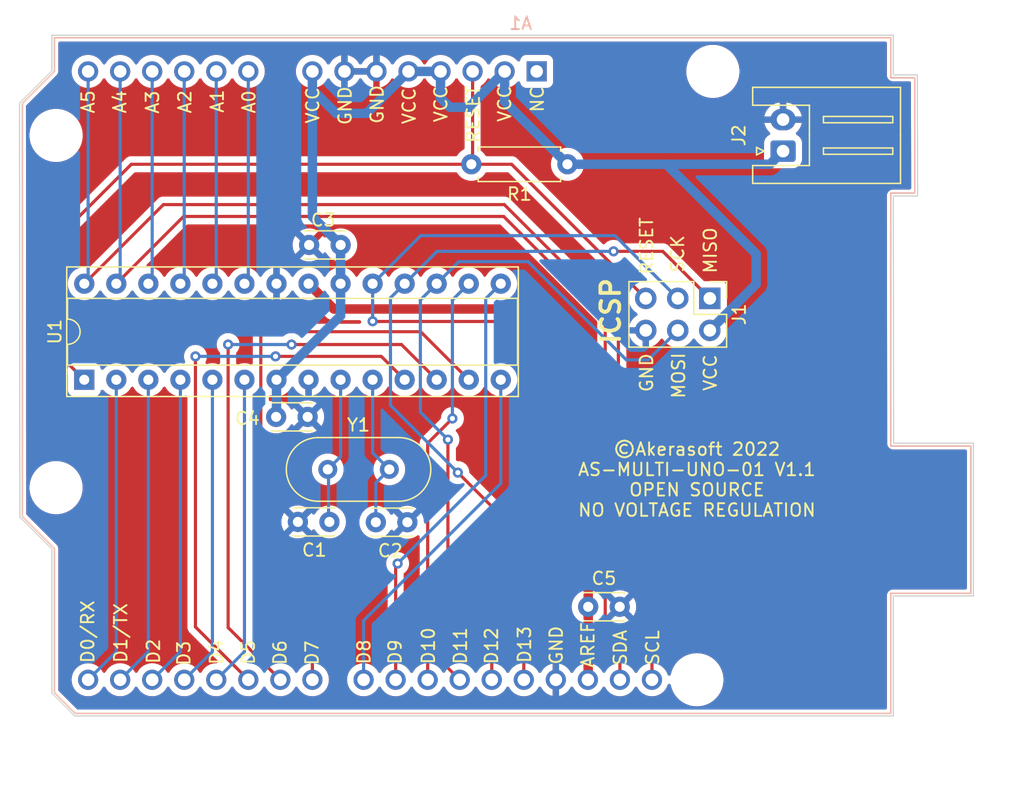
<source format=kicad_pcb>
(kicad_pcb (version 20211014) (generator pcbnew)
  (layers (0 "F.Cu" signal) (31 "B.Cu" signal) (34 "B.Paste" user) (35 "F.Paste" user) (36 "B.SilkS" user "B.Silkscreen") (37 "F.SilkS" user "F.Silkscreen") (38 "B.Mask" user) (39 "F.Mask" user) (44 "Edge.Cuts" user))
  (net 0 "")
  (net 2 "VCC")
  (net 3 "/RESET")
  (net 4 "GND")
  (net 5 "/A0")
  (net 6 "/A1")
  (net 7 "/A2")
  (net 8 "/A3")
  (net 9 "/A4")
  (net 10 "/A5")
  (net 11 "/D0{slash}RX")
  (net 12 "/D1{slash}TX")
  (net 13 "/D2")
  (net 14 "/D3")
  (net 15 "/D4")
  (net 16 "/D5")
  (net 17 "/D6")
  (net 18 "/D7")
  (net 19 "/D8")
  (net 20 "/D9")
  (net 21 "/D10")
  (net 22 "/D11")
  (net 23 "/D12")
  (net 24 "/D13")
  (net 25 "/AREF")
  (net 26 "/XTAL1")
  (net 27 "/XTAL2")
  (footprint "Connector_JST:JST_XH_S2B-XH-A_1x02_P2.50mm_Horizontal" (layer "F.Cu") (at 137.3378 73.1774 90)
    (fp_text reference "J2" (at 1.25 -3.5 90) (layer "F.SilkS"))
    (fp_text value "Conn_01x02")
    (fp_line (start -2.56 9.31) (end -2.56 -2.41) (layer "F.SilkS") (width 0.12))
    (fp_line (start 2.25 3.2) (end 2.25 8.7) (layer "F.SilkS") (width 0.12))
    (fp_line (start -0.25 8.7) (end 0.25 8.7) (layer "F.SilkS") (width 0.12))
    (fp_line (start -2.56 -2.41) (end -1.14 -2.41) (layer "F.SilkS") (width 0.12))
    (fp_line (start 0.3 -2.1) (end 0 -1.5) (layer "F.SilkS") (width 0.12))
    (fp_line (start 3.64 2.09) (end 1.25 2.09) (layer "F.SilkS") (width 0.12))
    (fp_line (start 1.25 9.31) (end 5.06 9.31) (layer "F.SilkS") (width 0.12))
    (fp_line (start -0.25 3.2) (end -0.25 8.7) (layer "F.SilkS") (width 0.12))
    (fp_line (start 0 -1.5) (end -0.3 -2.1) (layer "F.SilkS") (width 0.12))
    (fp_line (start -1.14 -2.41) (end -1.14 2.09) (layer "F.SilkS") (width 0.12))
    (fp_line (start 2.75 8.7) (end 2.75 3.2) (layer "F.SilkS") (width 0.12))
    (fp_line (start -1.14 2.09) (end 1.25 2.09) (layer "F.SilkS") (width 0.12))
    (fp_line (start 1.25 9.31) (end -2.56 9.31) (layer "F.SilkS") (width 0.12))
    (fp_line (start 0.25 3.2) (end -0.25 3.2) (layer "F.SilkS") (width 0.12))
    (fp_line (start 0.25 8.7) (end 0.25 3.2) (layer "F.SilkS") (width 0.12))
    (fp_line (start 5.06 -2.41) (end 3.64 -2.41) (layer "F.SilkS") (width 0.12))
    (fp_line (start 2.25 8.7) (end 2.75 8.7) (layer "F.SilkS") (width 0.12))
    (fp_line (start 2.75 3.2) (end 2.25 3.2) (layer "F.SilkS") (width 0.12))
    (fp_line (start -0.3 -2.1) (end 0.3 -2.1) (layer "F.SilkS") (width 0.12))
    (fp_line (start 3.64 -2.41) (end 3.64 2.09) (layer "F.SilkS") (width 0.12))
    (fp_line (start 5.06 9.31) (end 5.06 -2.41) (layer "F.SilkS") (width 0.12))
    (pad "1" thru_hole roundrect (at 0 0 90) (size 1.7 2) (drill 1) (layers *.Cu *.Mask) (roundrect_rratio 0.1470588235) (net 2 "VCC"))
    (pad "2" thru_hole oval (at 2.5 0 90) (size 1.7 2) (drill 1) (layers *.Cu *.Mask) (net 4 "GND"))
  )
  (footprint "Capacitor_THT:C_Disc_D3.0mm_W2.0mm_P2.50mm" (layer "F.Cu") (at 97.1496 94.2594)
    (fp_text reference "C4" (at -2.2806 0.127) (layer "F.SilkS"))
    (fp_text value "100nF")
    (fp_line (start -0.37 1.12) (end 2.87 1.12) (layer "F.SilkS") (width 0.12))
    (fp_line (start -0.37 -1.12) (end 2.87 -1.12) (layer "F.SilkS") (width 0.12))
    (fp_line (start 2.87 1.055) (end 2.87 1.12) (layer "F.SilkS") (width 0.12))
    (fp_line (start -0.37 1.055) (end -0.37 1.12) (layer "F.SilkS") (width 0.12))
    (fp_line (start -0.37 -1.12) (end -0.37 -1.055) (layer "F.SilkS") (width 0.12))
    (fp_line (start 2.87 -1.12) (end 2.87 -1.055) (layer "F.SilkS") (width 0.12))
    (pad "1" thru_hole circle (at 0 0) (size 1.6 1.6) (drill 0.8) (layers *.Cu *.Mask) (net 2 "VCC"))
    (pad "2" thru_hole circle (at 2.5 0) (size 1.6 1.6) (drill 0.8) (layers *.Cu *.Mask) (net 4 "GND"))
  )
  (footprint "Capacitor_THT:C_Disc_D3.0mm_W2.0mm_P2.50mm" (layer "F.Cu") (at 105.0544 102.616)
    (fp_text reference "C2" (at 1.143 2.2606) (layer "F.SilkS"))
    (fp_text value "18pF")
    (fp_line (start 2.87 1.055) (end 2.87 1.12) (layer "F.SilkS") (width 0.12))
    (fp_line (start -0.37 -1.12) (end -0.37 -1.055) (layer "F.SilkS") (width 0.12))
    (fp_line (start -0.37 -1.12) (end 2.87 -1.12) (layer "F.SilkS") (width 0.12))
    (fp_line (start -0.37 1.055) (end -0.37 1.12) (layer "F.SilkS") (width 0.12))
    (fp_line (start 2.87 -1.12) (end 2.87 -1.055) (layer "F.SilkS") (width 0.12))
    (fp_line (start -0.37 1.12) (end 2.87 1.12) (layer "F.SilkS") (width 0.12))
    (pad "1" thru_hole circle (at 0 0) (size 1.6 1.6) (drill 0.8) (layers *.Cu *.Mask) (net 27 "/XTAL2"))
    (pad "2" thru_hole circle (at 2.5 0) (size 1.6 1.6) (drill 0.8) (layers *.Cu *.Mask) (net 4 "GND"))
  )
  (footprint "Capacitor_THT:C_Disc_D3.0mm_W2.0mm_P2.50mm" (layer "F.Cu") (at 102.2658 80.6196 180)
    (fp_text reference "C3" (at 1.377 1.9812) (layer "F.SilkS"))
    (fp_text value "100nF")
    (fp_line (start -0.37 1.12) (end 2.87 1.12) (layer "F.SilkS") (width 0.12))
    (fp_line (start -0.37 -1.12) (end -0.37 -1.055) (layer "F.SilkS") (width 0.12))
    (fp_line (start 2.87 1.055) (end 2.87 1.12) (layer "F.SilkS") (width 0.12))
    (fp_line (start -0.37 -1.12) (end 2.87 -1.12) (layer "F.SilkS") (width 0.12))
    (fp_line (start -0.37 1.055) (end -0.37 1.12) (layer "F.SilkS") (width 0.12))
    (fp_line (start 2.87 -1.12) (end 2.87 -1.055) (layer "F.SilkS") (width 0.12))
    (pad "1" thru_hole circle (at 0 0 180) (size 1.6 1.6) (drill 0.8) (layers *.Cu *.Mask) (net 2 "VCC"))
    (pad "2" thru_hole circle (at 2.5 0 180) (size 1.6 1.6) (drill 0.8) (layers *.Cu *.Mask) (net 4 "GND"))
  )
  (footprint "Capacitor_THT:C_Disc_D3.0mm_W2.0mm_P2.50mm" (layer "F.Cu") (at 121.8892 109.3216)
    (fp_text reference "C5" (at 1.25 -2.25) (layer "F.SilkS"))
    (fp_text value "100nF")
    (fp_line (start -0.37 -1.12) (end -0.37 -1.055) (layer "F.SilkS") (width 0.12))
    (fp_line (start 2.87 1.055) (end 2.87 1.12) (layer "F.SilkS") (width 0.12))
    (fp_line (start -0.37 1.055) (end -0.37 1.12) (layer "F.SilkS") (width 0.12))
    (fp_line (start 2.87 -1.12) (end 2.87 -1.055) (layer "F.SilkS") (width 0.12))
    (fp_line (start -0.37 -1.12) (end 2.87 -1.12) (layer "F.SilkS") (width 0.12))
    (fp_line (start -0.37 1.12) (end 2.87 1.12) (layer "F.SilkS") (width 0.12))
    (pad "1" thru_hole circle (at 0 0) (size 1.6 1.6) (drill 0.8) (layers *.Cu *.Mask) (net 25 "/AREF"))
    (pad "2" thru_hole circle (at 2.5 0) (size 1.6 1.6) (drill 0.8) (layers *.Cu *.Mask) (net 4 "GND"))
  )
  (footprint "Package_DIP:DIP-28_W7.62mm_Socket" (layer "F.Cu") (at 81.9404 91.313 90)
    (fp_text reference "U1" (at 3.81 -2.33 90) (layer "F.SilkS"))
    (fp_text value "ATmega328-P")
    (fp_line (start 6.46 34.35) (end 6.46 -1.33) (layer "F.SilkS") (width 0.12))
    (fp_line (start 2.81 -1.33) (end 1.16 -1.33) (layer "F.SilkS") (width 0.12))
    (fp_line (start -1.33 34.41) (end 8.95 34.41) (layer "F.SilkS") (width 0.12))
    (fp_line (start 8.95 -1.39) (end -1.33 -1.39) (layer "F.SilkS") (width 0.12))
    (fp_line (start -1.33 -1.39) (end -1.33 34.41) (layer "F.SilkS") (width 0.12))
    (fp_line (start 1.16 34.35) (end 6.46 34.35) (layer "F.SilkS") (width 0.12))
    (fp_line (start 6.46 -1.33) (end 4.81 -1.33) (layer "F.SilkS") (width 0.12))
    (fp_line (start 8.95 34.41) (end 8.95 -1.39) (layer "F.SilkS") (width 0.12))
    (fp_line (start 1.16 -1.33) (end 1.16 34.35) (layer "F.SilkS") (width 0.12))
    (fp_arc (start 4.81 -1.33) (mid 3.81 -0.33) (end 2.81 -1.33) (layer "F.SilkS") (width 0.12))
    (pad "1" thru_hole rect (at 0 0 90) (size 1.6 1.6) (drill 0.8) (layers *.Cu *.Mask) (net 3 "/RESET"))
    (pad "2" thru_hole oval (at 0 2.54 90) (size 1.6 1.6) (drill 0.8) (layers *.Cu *.Mask) (net 11 "/D0{slash}RX"))
    (pad "3" thru_hole oval (at 0 5.08 90) (size 1.6 1.6) (drill 0.8) (layers *.Cu *.Mask) (net 12 "/D1{slash}TX"))
    (pad "4" thru_hole oval (at 0 7.62 90) (size 1.6 1.6) (drill 0.8) (layers *.Cu *.Mask) (net 13 "/D2"))
    (pad "5" thru_hole oval (at 0 10.16 90) (size 1.6 1.6) (drill 0.8) (layers *.Cu *.Mask) (net 14 "/D3"))
    (pad "6" thru_hole oval (at 0 12.7 90) (size 1.6 1.6) (drill 0.8) (layers *.Cu *.Mask) (net 15 "/D4"))
    (pad "7" thru_hole oval (at 0 15.24 90) (size 1.6 1.6) (drill 0.8) (layers *.Cu *.Mask) (net 2 "VCC"))
    (pad "8" thru_hole oval (at 0 17.78 90) (size 1.6 1.6) (drill 0.8) (layers *.Cu *.Mask) (net 4 "GND"))
    (pad "9" thru_hole oval (at 0 20.32 90) (size 1.6 1.6) (drill 0.8) (layers *.Cu *.Mask) (net 26 "/XTAL1"))
    (pad "10" thru_hole oval (at 0 22.86 90) (size 1.6 1.6) (drill 0.8) (layers *.Cu *.Mask) (net 27 "/XTAL2"))
    (pad "11" thru_hole oval (at 0 25.4 90) (size 1.6 1.6) (drill 0.8) (layers *.Cu *.Mask) (net 16 "/D5"))
    (pad "12" thru_hole oval (at 0 27.94 90) (size 1.6 1.6) (drill 0.8) (layers *.Cu *.Mask) (net 17 "/D6"))
    (pad "13" thru_hole oval (at 0 30.48 90) (size 1.6 1.6) (drill 0.8) (layers *.Cu *.Mask) (net 18 "/D7"))
    (pad "14" thru_hole oval (at 0 33.02 90) (size 1.6 1.6) (drill 0.8) (layers *.Cu *.Mask) (net 19 "/D8"))
    (pad "15" thru_hole oval (at 7.62 33.02 90) (size 1.6 1.6) (drill 0.8) (layers *.Cu *.Mask) (net 20 "/D9"))
    (pad "16" thru_hole oval (at 7.62 30.48 90) (size 1.6 1.6) (drill 0.8) (layers *.Cu *.Mask) (net 21 "/D10"))
    (pad "17" thru_hole oval (at 7.62 27.94 90) (size 1.6 1.6) (drill 0.8) (layers *.Cu *.Mask) (net 22 "/D11"))
    (pad "18" thru_hole oval (at 7.62 25.4 90) (size 1.6 1.6) (drill 0.8) (layers *.Cu *.Mask) (net 23 "/D12"))
    (pad "19" thru_hole oval (at 7.62 22.86 90) (size 1.6 1.6) (drill 0.8) (layers *.Cu *.Mask) (net 24 "/D13"))
    (pad "20" thru_hole oval (at 7.62 20.32 90) (size 1.6 1.6) (drill 0.8) (layers *.Cu *.Mask) (net 2 "VCC"))
    (pad "21" thru_hole oval (at 7.62 17.78 90) (size 1.6 1.6) (drill 0.8) (layers *.Cu *.Mask) (net 25 "/AREF"))
    (pad "22" thru_hole oval (at 7.62 15.24 90) (size 1.6 1.6) (drill 0.8) (layers *.Cu *.Mask) (net 4 "GND"))
    (pad "23" thru_hole oval (at 7.62 12.7 90) (size 1.6 1.6) (drill 0.8) (layers *.Cu *.Mask) (net 5 "/A0"))
    (pad "24" thru_hole oval (at 7.62 10.16 90) (size 1.6 1.6) (drill 0.8) (layers *.Cu *.Mask) (net 6 "/A1"))
    (pad "25" thru_hole oval (at 7.62 7.62 90) (size 1.6 1.6) (drill 0.8) (layers *.Cu *.Mask) (net 7 "/A2"))
    (pad "26" thru_hole oval (at 7.62 5.08 90) (size 1.6 1.6) (drill 0.8) (layers *.Cu *.Mask) (net 8 "/A3"))
    (pad "27" thru_hole oval (at 7.62 2.54 90) (size 1.6 1.6) (drill 0.8) (layers *.Cu *.Mask) (net 9 "/A4"))
    (pad "28" thru_hole oval (at 7.62 0 90) (size 1.6 1.6) (drill 0.8) (layers *.Cu *.Mask) (net 10 "/A5"))
  )
  (footprint "Connector_PinHeader_2.54mm:PinHeader_2x03_P2.54mm_Vertical" (layer "F.Cu") (at 131.5316 84.8564 -90)
    (fp_text reference "J1" (at 1.27 -2.33 90) (layer "F.SilkS"))
    (fp_text value "ICSP")
    (fp_line (start -1.33 6.41) (end 3.87 6.41) (layer "F.SilkS") (width 0.12))
    (fp_line (start 3.87 -1.33) (end 3.87 6.41) (layer "F.SilkS") (width 0.12))
    (fp_line (start -1.33 1.27) (end -1.33 6.41) (layer "F.SilkS") (width 0.12))
    (fp_line (start -1.33 0) (end -1.33 -1.33) (layer "F.SilkS") (width 0.12))
    (fp_line (start -1.33 1.27) (end 1.27 1.27) (layer "F.SilkS") (width 0.12))
    (fp_line (start 1.27 -1.33) (end 3.87 -1.33) (layer "F.SilkS") (width 0.12))
    (fp_line (start -1.33 -1.33) (end 0 -1.33) (layer "F.SilkS") (width 0.12))
    (fp_line (start 1.27 1.27) (end 1.27 -1.33) (layer "F.SilkS") (width 0.12))
    (pad "1" thru_hole rect (at 0 0 270) (size 1.7 1.7) (drill 1) (layers *.Cu *.Mask) (net 23 "/D12"))
    (pad "2" thru_hole oval (at 2.54 0 270) (size 1.7 1.7) (drill 1) (layers *.Cu *.Mask) (net 2 "VCC"))
    (pad "3" thru_hole oval (at 0 2.54 270) (size 1.7 1.7) (drill 1) (layers *.Cu *.Mask) (net 24 "/D13"))
    (pad "4" thru_hole oval (at 2.54 2.54 270) (size 1.7 1.7) (drill 1) (layers *.Cu *.Mask) (net 22 "/D11"))
    (pad "5" thru_hole oval (at 0 5.08 270) (size 1.7 1.7) (drill 1) (layers *.Cu *.Mask) (net 3 "/RESET"))
    (pad "6" thru_hole oval (at 2.54 5.08 270) (size 1.7 1.7) (drill 1) (layers *.Cu *.Mask) (net 4 "GND"))
  )
  (footprint "Resistor_THT:R_Axial_DIN0207_L6.3mm_D2.5mm_P7.62mm_Horizontal" (layer "F.Cu") (at 120.2436 74.2188 180)
    (fp_text reference "R1" (at 3.81 -2.37) (layer "F.SilkS"))
    (fp_text value "10k")
    (fp_line (start 0.54 1.37) (end 7.08 1.37) (layer "F.SilkS") (width 0.12))
    (fp_line (start 0.54 1.04) (end 0.54 1.37) (layer "F.SilkS") (width 0.12))
    (fp_line (start 0.54 -1.04) (end 0.54 -1.37) (layer "F.SilkS") (width 0.12))
    (fp_line (start 7.08 -1.37) (end 7.08 -1.04) (layer "F.SilkS") (width 0.12))
    (fp_line (start 7.08 1.37) (end 7.08 1.04) (layer "F.SilkS") (width 0.12))
    (fp_line (start 0.54 -1.37) (end 7.08 -1.37) (layer "F.SilkS") (width 0.12))
    (pad "1" thru_hole circle (at 0 0 180) (size 1.6 1.6) (drill 0.8) (layers *.Cu *.Mask) (net 2 "VCC"))
    (pad "2" thru_hole oval (at 7.62 0 180) (size 1.6 1.6) (drill 0.8) (layers *.Cu *.Mask) (net 3 "/RESET"))
  )
  (footprint "Crystal:Crystal_HC49-4H_Vertical" (layer "F.Cu") (at 101.2444 98.425)
    (fp_text reference "Y1" (at 2.44 -3.525) (layer "F.SilkS"))
    (fp_text value "12Mhz")
    (fp_line (start -0.76 2.525) (end 5.64 2.525) (layer "F.SilkS") (width 0.12))
    (fp_line (start -0.76 -2.525) (end 5.64 -2.525) (layer "F.SilkS") (width 0.12))
    (fp_arc (start 5.64 -2.525) (mid 8.165 0) (end 5.64 2.525) (layer "F.SilkS") (width 0.12))
    (fp_arc (start -0.76 2.525) (mid -3.285 0) (end -0.76 -2.525) (layer "F.SilkS") (width 0.12))
    (pad "1" thru_hole circle (at 0 0) (size 1.5 1.5) (drill 0.8) (layers *.Cu *.Mask) (net 26 "/XTAL1"))
    (pad "2" thru_hole circle (at 4.88 0) (size 1.5 1.5) (drill 0.8) (layers *.Cu *.Mask) (net 27 "/XTAL2"))
  )
  (footprint "Capacitor_THT:C_Disc_D3.0mm_W2.0mm_P2.50mm" (layer "F.Cu") (at 101.3768 102.5906 180)
    (fp_text reference "C1" (at 1.1992 -2.2352) (layer "F.SilkS"))
    (fp_text value "18pF")
    (fp_line (start -0.37 1.12) (end 2.87 1.12) (layer "F.SilkS") (width 0.12))
    (fp_line (start -0.37 -1.12) (end 2.87 -1.12) (layer "F.SilkS") (width 0.12))
    (fp_line (start -0.37 1.055) (end -0.37 1.12) (layer "F.SilkS") (width 0.12))
    (fp_line (start -0.37 -1.12) (end -0.37 -1.055) (layer "F.SilkS") (width 0.12))
    (fp_line (start 2.87 1.055) (end 2.87 1.12) (layer "F.SilkS") (width 0.12))
    (fp_line (start 2.87 -1.12) (end 2.87 -1.055) (layer "F.SilkS") (width 0.12))
    (pad "1" thru_hole circle (at 0 0 180) (size 1.6 1.6) (drill 0.8) (layers *.Cu *.Mask) (net 26 "/XTAL1"))
    (pad "2" thru_hole circle (at 2.5 0 180) (size 1.6 1.6) (drill 0.8) (layers *.Cu *.Mask) (net 4 "GND"))
  )
  (footprint "Module:Arduino_UNO_R3_WithMountingHoles" (layer "B.Cu") (at 117.8052 66.8528 180)
    (fp_text reference "A1" (at 1.27 3.81) (layer "B.SilkS") (effects (justify mirror)))
    (fp_text value "Arduino_UNO_R3")
    (fp_line (start -28.07 -41.4) (end -28.07 -50.93) (layer "B.SilkS") (width 0.12))
    (fp_line (start -29.97 -0.51) (end -29.97 -9.65) (layer "B.SilkS") (width 0.12))
    (fp_line (start -28.07 -9.65) (end -28.07 -29.72) (layer "B.SilkS") (width 0.12))
    (fp_line (start -28.07 -0.51) (end -29.97 -0.51) (layer "B.SilkS") (width 0.12))
    (fp_line (start 40.77 -35.31) (end 40.77 -2.54) (layer "B.SilkS") (width 0.12))
    (fp_line (start 38.23 -49.28) (end 38.23 -37.85) (layer "B.SilkS") (width 0.12))
    (fp_line (start 38.23 2.67) (end -28.07 2.67) (layer "B.SilkS") (width 0.12))
    (fp_line (start 40.77 -2.54) (end 38.23 0) (layer "B.SilkS") (width 0.12))
    (fp_line (start 38.23 -37.85) (end 40.77 -35.31) (layer "B.SilkS") (width 0.12))
    (fp_line (start 38.23 0) (end 38.23 2.67) (layer "B.SilkS") (width 0.12))
    (fp_line (start -34.42 -41.4) (end -28.07 -41.4) (layer "B.SilkS") (width 0.12))
    (fp_line (start -28.07 -29.72) (end -34.42 -29.72) (layer "B.SilkS") (width 0.12))
    (fp_line (start -28.07 2.67) (end -28.07 -0.51) (layer "B.SilkS") (width 0.12))
    (fp_line (start 36.58 -50.93) (end 38.23 -49.28) (layer "B.SilkS") (width 0.12))
    (fp_line (start -28.07 -50.93) (end 36.58 -50.93) (layer "B.SilkS") (width 0.12))
    (fp_line (start -29.97 -9.65) (end -28.07 -9.65) (layer "B.SilkS") (width 0.12))
    (fp_line (start -34.42 -29.72) (end -34.42 -41.4) (layer "B.SilkS") (width 0.12))
    (pad "" np_thru_hole circle (at -13.97 0 90) (size 3.2 3.2) (drill 3.2) (layers *.Cu *.Mask))
    (pad "" np_thru_hole circle (at 38.1 -33.02 90) (size 3.2 3.2) (drill 3.2) (layers *.Cu *.Mask))
    (pad "" np_thru_hole circle (at 38.1 -5.08 90) (size 3.2 3.2) (drill 3.2) (layers *.Cu *.Mask))
    (pad "" np_thru_hole circle (at -12.7 -48.26 90) (size 3.2 3.2) (drill 3.2) (layers *.Cu *.Mask))
    (pad "1" thru_hole rect (at 0 0 90) (size 1.6 1.6) (drill 1) (layers *.Cu *.Mask))
    (pad "2" thru_hole oval (at 2.54 0 90) (size 1.6 1.6) (drill 1) (layers *.Cu *.Mask) (net 2 "VCC"))
    (pad "3" thru_hole oval (at 5.08 0 90) (size 1.6 1.6) (drill 1) (layers *.Cu *.Mask) (net 3 "/RESET"))
    (pad "4" thru_hole oval (at 7.62 0 90) (size 1.6 1.6) (drill 1) (layers *.Cu *.Mask) (net 2 "VCC"))
    (pad "5" thru_hole oval (at 10.16 0 90) (size 1.6 1.6) (drill 1) (layers *.Cu *.Mask) (net 2 "VCC"))
    (pad "6" thru_hole oval (at 12.7 0 90) (size 1.6 1.6) (drill 1) (layers *.Cu *.Mask) (net 4 "GND"))
    (pad "7" thru_hole oval (at 15.24 0 90) (size 1.6 1.6) (drill 1) (layers *.Cu *.Mask) (net 4 "GND"))
    (pad "8" thru_hole oval (at 17.78 0 90) (size 1.6 1.6) (drill 1) (layers *.Cu *.Mask) (net 2 "VCC"))
    (pad "9" thru_hole oval (at 22.86 0 90) (size 1.6 1.6) (drill 1) (layers *.Cu *.Mask) (net 5 "/A0"))
    (pad "10" thru_hole oval (at 25.4 0 90) (size 1.6 1.6) (drill 1) (layers *.Cu *.Mask) (net 6 "/A1"))
    (pad "11" thru_hole oval (at 27.94 0 90) (size 1.6 1.6) (drill 1) (layers *.Cu *.Mask) (net 7 "/A2"))
    (pad "12" thru_hole oval (at 30.48 0 90) (size 1.6 1.6) (drill 1) (layers *.Cu *.Mask) (net 8 "/A3"))
    (pad "13" thru_hole oval (at 33.02 0 90) (size 1.6 1.6) (drill 1) (layers *.Cu *.Mask) (net 9 "/A4"))
    (pad "14" thru_hole oval (at 35.56 0 90) (size 1.6 1.6) (drill 1) (layers *.Cu *.Mask) (net 10 "/A5"))
    (pad "15" thru_hole oval (at 35.56 -48.26 90) (size 1.6 1.6) (drill 1) (layers *.Cu *.Mask) (net 11 "/D0{slash}RX"))
    (pad "16" thru_hole oval (at 33.02 -48.26 90) (size 1.6 1.6) (drill 1) (layers *.Cu *.Mask) (net 12 "/D1{slash}TX"))
    (pad "17" thru_hole oval (at 30.48 -48.26 90) (size 1.6 1.6) (drill 1) (layers *.Cu *.Mask) (net 13 "/D2"))
    (pad "18" thru_hole oval (at 27.94 -48.26 90) (size 1.6 1.6) (drill 1) (layers *.Cu *.Mask) (net 14 "/D3"))
    (pad "19" thru_hole oval (at 25.4 -48.26 90) (size 1.6 1.6) (drill 1) (layers *.Cu *.Mask) (net 15 "/D4"))
    (pad "20" thru_hole oval (at 22.86 -48.26 90) (size 1.6 1.6) (drill 1) (layers *.Cu *.Mask) (net 16 "/D5"))
    (pad "21" thru_hole oval (at 20.32 -48.26 90) (size 1.6 1.6) (drill 1) (layers *.Cu *.Mask) (net 17 "/D6"))
    (pad "22" thru_hole oval (at 17.78 -48.26 90) (size 1.6 1.6) (drill 1) (layers *.Cu *.Mask) (net 18 "/D7"))
    (pad "23" thru_hole oval (at 13.72 -48.26 90) (size 1.6 1.6) (drill 1) (layers *.Cu *.Mask) (net 19 "/D8"))
    (pad "24" thru_hole oval (at 11.18 -48.26 90) (size 1.6 1.6) (drill 1) (layers *.Cu *.Mask) (net 20 "/D9"))
    (pad "25" thru_hole oval (at 8.64 -48.26 90) (size 1.6 1.6) (drill 1) (layers *.Cu *.Mask) (net 21 "/D10"))
    (pad "26" thru_hole oval (at 6.1 -48.26 90) (size 1.6 1.6) (drill 1) (layers *.Cu *.Mask) (net 22 "/D11"))
    (pad "27" thru_hole oval (at 3.56 -48.26 90) (size 1.6 1.6) (drill 1) (layers *.Cu *.Mask) (net 23 "/D12"))
    (pad "28" thru_hole oval (at 1.02 -48.26 90) (size 1.6 1.6) (drill 1) (layers *.Cu *.Mask) (net 24 "/D13"))
    (pad "29" thru_hole oval (at -1.52 -48.26 90) (size 1.6 1.6) (drill 1) (layers *.Cu *.Mask) (net 4 "GND"))
    (pad "30" thru_hole oval (at -4.06 -48.26 90) (size 1.6 1.6) (drill 1) (layers *.Cu *.Mask) (net 25 "/AREF"))
    (pad "31" thru_hole oval (at -6.6 -48.26 90) (size 1.6 1.6) (drill 1) (layers *.Cu *.Mask) (net 9 "/A4"))
    (pad "32" thru_hole oval (at -9.14 -48.26 90) (size 1.6 1.6) (drill 1) (layers *.Cu *.Mask) (net 10 "/A5"))
  )
  (gr_line (start 152.4254 96.3422) (end 152.4254 108.458) (layer "Edge.Cuts") (width 0.1))
  (gr_line (start 79.375 64.008) (end 79.375 63.9826) (layer "Edge.Cuts") (width 0.1))
  (gr_line (start 81.1784 117.983) (end 79.375 116.1796) (layer "Edge.Cuts") (width 0.1))
  (gr_line (start 148.0058 76.7334) (end 146.0754 76.7334) (layer "Edge.Cuts") (width 0.1))
  (gr_line (start 146.1008 96.3422) (end 152.4254 96.3422) (layer "Edge.Cuts") (width 0.1))
  (gr_line (start 152.4254 108.458) (end 146.0754 108.458) (layer "Edge.Cuts") (width 0.1))
  (gr_line (start 146.0754 117.9576) (end 146.0754 117.983) (layer "Edge.Cuts") (width 0.1))
  (gr_line (start 146.0754 76.7334) (end 146.1008 96.3422) (layer "Edge.Cuts") (width 0.1))
  (gr_line (start 146.0754 67.1322) (end 147.9804 67.1322) (layer "Edge.Cuts") (width 0.1))
  (gr_line (start 79.375 66.802) (end 79.375 64.008) (layer "Edge.Cuts") (width 0.1))
  (gr_line (start 147.9804 67.1322) (end 148.0058 76.7334) (layer "Edge.Cuts") (width 0.1))
  (gr_line (start 79.375 104.7496) (end 76.835 102.2096) (layer "Edge.Cuts") (width 0.1))
  (gr_line (start 79.375 116.1796) (end 79.375 104.7496) (layer "Edge.Cuts") (width 0.1))
  (gr_line (start 76.8096 69.3674) (end 79.375 66.802) (layer "Edge.Cuts") (width 0.1))
  (gr_line (start 79.375 63.9826) (end 146.0754 63.9826) (layer "Edge.Cuts") (width 0.1))
  (gr_line (start 146.0754 67.1322) (end 146.0754 63.9826) (layer "Edge.Cuts") (width 0.1))
  (gr_line (start 146.0754 117.983) (end 81.1784 117.983) (layer "Edge.Cuts") (width 0.1))
  (gr_line (start 76.835 102.2096) (end 76.8096 69.3674) (layer "Edge.Cuts") (width 0.1))
  (gr_line (start 146.0754 108.458) (end 146.0754 117.9576) (layer "Edge.Cuts") (width 0.1))
  (gr_text "A4" (at 84.7598 69.2658 90) (layer "F.SilkS") (effects (font (size 1 1))))
  (gr_text "GND" (at 105.156 69.469 90) (layer "F.SilkS") (effects (font (size 1 1))))
  (gr_text "D13" (at 116.84 112.3188 90) (layer "F.SilkS") (effects (font (size 1 1))))
  (gr_text "SDA" (at 124.4346 112.5728 90) (layer "F.SilkS") (effects (font (size 1 1))))
  (gr_text "RESET" (at 126.5174 80.6958 90) (layer "F.SilkS") (effects (font (size 1 1))))
  (gr_text "AREF" (at 121.8692 112.3442 90) (layer "F.SilkS") (effects (font (size 1 1))))
  (gr_text "D3" (at 89.8398 113.0046 90) (layer "F.SilkS") (effects (font (size 1 1))))
  (gr_text "D12" (at 114.2238 112.4204 90) (layer "F.SilkS") (effects (font (size 1 1))))
  (gr_text "D8" (at 104.1146 112.903 90) (layer "F.SilkS") (effects (font (size 1 1))))
  (gr_text "D10" (at 109.22 112.4204 90) (layer "F.SilkS") (effects (font (size 1 1))))
  (gr_text "A1" (at 92.4814 69.215 90) (layer "F.SilkS") (effects (font (size 1 1))))
  (gr_text "D9" (at 106.5784 112.903 90) (layer "F.SilkS") (effects (font (size 1 1))))
  (gr_text "VCC" (at 115.2652 69.4182 90) (layer "F.SilkS") (effects (font (size 1 1))))
  (gr_text "VCC" (at 107.696 69.596 90) (layer "F.SilkS") (effects (font (size 1 1))))
  (gr_text "SCL" (at 127 112.5728 90) (layer "F.SilkS") (effects (font (size 1 1))))
  (gr_text "D4" (at 92.4306 112.9284 90) (layer "F.SilkS") (effects (font (size 1 1))))
  (gr_text "SCK" (at 128.9812 81.3308 90) (layer "F.SilkS") (effects (font (size 1 1))))
  (gr_text "©Akerasoft 2022\nAS-MULTI-UNO-01 V1.1\nOPEN SOURCE\nNO VOLTAGE REGULATION\n" (at 130.5052 99.2378) (layer "F.SilkS") (effects (font (size 1 1))))
  (gr_text "D7" (at 99.9998 112.9792 90) (layer "F.SilkS") (effects (font (size 1 1))))
  (gr_text "VCC" (at 110.2106 69.4436 90) (layer "F.SilkS") (effects (font (size 1 1))))
  (gr_text "A2" (at 89.916 69.2658 90) (layer "F.SilkS") (effects (font (size 1 1))))
  (gr_text "D11" (at 111.76 112.4204 90) (layer "F.SilkS") (effects (font (size 1 1))))
  (gr_text "MISO" (at 131.572 81.0514 90) (layer "F.SilkS") (effects (font (size 1 1))))
  (gr_text "GND" (at 102.616 69.5706 90) (layer "F.SilkS") (effects (font (size 1 1))))
  (gr_text "VCC" (at 100.0506 69.5452 90) (layer "F.SilkS") (effects (font (size 1 1))))
  (gr_text "D6" (at 97.4598 112.9538 90) (layer "F.SilkS") (effects (font (size 1 1))))
  (gr_text "D2" (at 87.4268 112.8522 90) (layer "F.SilkS") (effects (font (size 1 1))))
  (gr_text "RESET" (at 112.776 70.2564 90) (layer "F.SilkS") (effects (font (size 1 1))))
  (gr_text "A5" (at 82.2452 69.2658 90) (layer "F.SilkS") (effects (font (size 1 1))))
  (gr_text "D1/TX" (at 84.836 111.4044 90) (layer "F.SilkS") (effects (font (size 1 1))))
  (gr_text "NC" (at 117.856 69.0626 90) (layer "F.SilkS") (effects (font (size 1 1))))
  (gr_text "A3" (at 87.3506 69.2912 90) (layer "F.SilkS") (effects (font (size 1 1))))
  (gr_text "GND" (at 119.3546 112.3696 90) (layer "F.SilkS") (effects (font (size 1 1))))
  (gr_text "ICSP" (at 123.6726 85.852 90) (layer "F.SilkS") (effects (font (size 1.5 1.5) (thickness 0.3))))
  (gr_text "GND" (at 126.5174 90.7542 90) (layer "F.SilkS") (effects (font (size 1 1))))
  (gr_text "MOSI" (at 129.0574 90.9828 90) (layer "F.SilkS") (effects (font (size 1 1))))
  (gr_text "D0/RX" (at 82.2198 111.3028 90) (layer "F.SilkS") (effects (font (size 1 1))))
  (gr_text "VCC" (at 131.572 90.7542 90) (layer "F.SilkS") (effects (font (size 1 1))))
  (gr_text "A0" (at 94.996 69.2658 90) (layer "F.SilkS") (effects (font (size 1 1))))
  (gr_text "D5" (at 94.9452 112.9284 90) (layer "F.SilkS") (effects (font (size 1 1))))
  (segment (start 100.0252 66.8528) (end 100.0252 68.3006) (width 0.25) (layer "B.Cu") (net 2))
  (segment (start 135.2042 81.3308) (end 135.2042 83.7238) (width 0.75) (layer "B.Cu") (net 2))
  (segment (start 110.1852 68.961) (end 110.9218 69.6976) (width 0.75) (layer "B.Cu") (net 2))
  (segment (start 104.3178 70.1802) (end 107.6452 66.8528) (width 0.75) (layer "B.Cu") (net 2))
  (segment (start 100.0252 68.3006) (end 101.9048 70.1802) (width 0.75) (layer "B.Cu") (net 2))
  (segment (start 112.4204 69.6976) (end 115.2652 66.8528) (width 0.75) (layer "B.Cu") (net 2))
  (segment (start 100.0252 78.379) (end 102.2658 80.6196) (width 0.75) (layer "B.Cu") (net 2))
  (segment (start 97.1804 91.313) (end 97.1804 94.2286) (width 0.75) (layer "B.Cu") (net 2))
  (segment (start 107.6452 66.8528) (end 110.1852 66.8528) (width 0.75) (layer "B.Cu") (net 2))
  (segment (start 102.2604 86.233) (end 97.1804 91.313) (width 0.75) (layer "B.Cu") (net 2))
  (segment (start 135.2042 83.7238) (end 131.5316 87.3964) (width 0.75) (layer "B.Cu") (net 2))
  (segment (start 97.1804 94.2286) (end 97.1496 94.2594) (width 0.25) (layer "B.Cu") (net 2))
  (segment (start 100.0252 66.8528) (end 100.0252 78.379) (width 0.75) (layer "B.Cu") (net 2))
  (segment (start 115.2652 69.2404) (end 120.2436 74.2188) (width 0.75) (layer "B.Cu") (net 2))
  (segment (start 128.0922 74.2188) (end 135.2042 81.3308) (width 0.75) (layer "B.Cu") (net 2))
  (segment (start 110.1852 66.8528) (end 110.1852 68.961) (width 0.75) (layer "B.Cu") (net 2))
  (segment (start 101.9048 70.1802) (end 104.3178 70.1802) (width 0.75) (layer "B.Cu") (net 2))
  (segment (start 102.2604 80.625) (end 102.2658 80.6196) (width 0.25) (layer "B.Cu") (net 2))
  (segment (start 136.2964 74.2188) (end 137.3378 73.1774) (width 0.75) (layer "B.Cu") (net 2))
  (segment (start 102.2604 83.693) (end 102.2604 86.233) (width 0.75) (layer "B.Cu") (net 2))
  (segment (start 120.2436 74.2188) (end 128.0922 74.2188) (width 0.75) (layer "B.Cu") (net 2))
  (segment (start 128.0922 74.2188) (end 136.2964 74.2188) (width 0.75) (layer "B.Cu") (net 2))
  (segment (start 102.2604 83.693) (end 102.2604 80.625) (width 0.75) (layer "B.Cu") (net 2))
  (segment (start 110.9218 69.6976) (end 112.4204 69.6976) (width 0.75) (layer "B.Cu") (net 2))
  (segment (start 115.2652 66.8528) (end 115.2652 69.2404) (width 0.75) (layer "B.Cu") (net 2))
  (segment (start 112.6236 74.2188) (end 115.814 74.2188) (width 0.25) (layer "F.Cu") (net 3))
  (segment (start 115.814 74.2188) (end 126.4516 84.8564) (width 0.25) (layer "F.Cu") (net 3))
  (segment (start 112.7252 74.1172) (end 112.6236 74.2188) (width 0.25) (layer "F.Cu") (net 3))
  (segment (start 81.9404 91.313) (end 79.0702 88.4428) (width 0.25) (layer "F.Cu") (net 3))
  (segment (start 85.6742 74.2188) (end 112.6236 74.2188) (width 0.25) (layer "F.Cu") (net 3))
  (segment (start 79.0702 80.8228) (end 85.6742 74.2188) (width 0.25) (layer "F.Cu") (net 3))
  (segment (start 79.0702 88.4428) (end 79.0702 80.8228) (width 0.25) (layer "F.Cu") (net 3))
  (segment (start 112.7252 66.8528) (end 112.7252 74.1172) (width 0.25) (layer "F.Cu") (net 3))
  (segment (start 94.9452 66.8528) (end 94.9452 83.3882) (width 0.25) (layer "B.Cu") (net 5))
  (segment (start 94.9452 83.3882) (end 94.6404 83.693) (width 0.25) (layer "B.Cu") (net 5))
  (segment (start 92.4052 83.3882) (end 92.1004 83.693) (width 0.25) (layer "B.Cu") (net 6))
  (segment (start 92.4052 66.8528) (end 92.4052 83.3882) (width 0.25) (layer "B.Cu") (net 6))
  (segment (start 89.8652 83.3882) (end 89.5604 83.693) (width 0.25) (layer "B.Cu") (net 7))
  (segment (start 89.8652 66.8528) (end 89.8652 83.3882) (width 0.25) (layer "B.Cu") (net 7))
  (segment (start 87.3252 66.8528) (end 87.3252 83.3882) (width 0.25) (layer "B.Cu") (net 8))
  (segment (start 87.3252 83.3882) (end 87.0204 83.693) (width 0.25) (layer "B.Cu") (net 8))
  (segment (start 115.189 78.359) (end 123.2408 86.4108) (width 0.25) (layer "F.Cu") (net 9))
  (segment (start 89.8144 78.359) (end 115.189 78.359) (width 0.25) (layer "F.Cu") (net 9))
  (segment (start 124.4052 111.3242) (end 123.2408 110.1598) (width 0.25) (layer "F.Cu") (net 9))
  (segment (start 84.4804 83.693) (end 89.8144 78.359) (width 0.25) (layer "F.Cu") (net 9))
  (segment (start 123.2408 86.4108) (end 123.2408 105.6132) (width 0.25) (layer "F.Cu") (net 9))
  (segment (start 124.4052 115.1128) (end 124.4052 111.3242) (width 0.25) (layer "F.Cu") (net 9))
  (segment (start 123.2408 110.1598) (end 123.2408 105.4862) (width 0.25) (layer "F.Cu") (net 9))
  (segment (start 84.7852 83.3882) (end 84.4804 83.693) (width 0.25) (layer "B.Cu") (net 9))
  (segment (start 84.7852 66.8528) (end 84.7852 83.3882) (width 0.25) (layer "B.Cu") (net 9))
  (segment (start 88.2142 77.4192) (end 115.2398 77.4192) (width 0.25) (layer "F.Cu") (net 10))
  (segment (start 124.2822 86.4616) (end 124.2822 100.5332) (width 0.25) (layer "F.Cu") (net 10))
  (segment (start 124.2822 100.5332) (end 126.9452 103.1962) (width 0.25) (layer "F.Cu") (net 10))
  (segment (start 126.9452 103.1962) (end 126.9452 115.1128) (width 0.25) (layer "F.Cu") (net 10))
  (segment (start 81.9404 83.693) (end 88.2142 77.4192) (width 0.25) (layer "F.Cu") (net 10))
  (segment (start 115.2398 77.4192) (end 124.2822 86.4616) (width 0.25) (layer "F.Cu") (net 10))
  (segment (start 82.2452 83.3882) (end 81.9404 83.693) (width 0.25) (layer "B.Cu") (net 10))
  (segment (start 82.2452 66.8528) (end 82.2452 83.3882) (width 0.25) (layer "B.Cu") (net 10))
  (segment (start 84.4804 91.313) (end 84.4804 112.8776) (width 0.25) (layer "B.Cu") (net 11))
  (segment (start 84.4804 112.8776) (end 82.2452 115.1128) (width 0.25) (layer "B.Cu") (net 11))
  (segment (start 87.0204 91.313) (end 87.0204 112.8776) (width 0.25) (layer "B.Cu") (net 12))
  (segment (start 87.0204 112.8776) (end 84.7852 115.1128) (width 0.25) (layer "B.Cu") (net 12))
  (segment (start 89.5604 112.8776) (end 87.3252 115.1128) (width 0.25) (layer "B.Cu") (net 13))
  (segment (start 89.5604 91.313) (end 89.5604 112.8776) (width 0.25) (layer "B.Cu") (net 13))
  (segment (start 92.1004 112.8776) (end 89.8652 115.1128) (width 0.25) (layer "B.Cu") (net 14))
  (segment (start 92.1004 91.313) (end 92.1004 112.8776) (width 0.25) (layer "B.Cu") (net 14))
  (segment (start 94.6404 91.313) (end 94.6404 112.8776) (width 0.25) (layer "B.Cu") (net 15))
  (segment (start 94.6404 112.8776) (end 92.4052 115.1128) (width 0.25) (layer "B.Cu") (net 15))
  (segment (start 105.4862 89.4588) (end 97.1042 89.4588) (width 0.25) (layer "F.Cu") (net 16))
  (segment (start 107.3404 91.313) (end 105.4862 89.4588) (width 0.25) (layer "F.Cu") (net 16))
  (segment (start 90.7542 110.9218) (end 94.9452 115.1128) (width 0.25) (layer "F.Cu") (net 16))
  (segment (start 90.7542 89.4588) (end 90.7542 110.9218) (width 0.25) (layer "F.Cu") (net 16))
  (via (at 90.7542 89.4588) (size 0.8) (drill 0.4) (layers "F.Cu" "B.Cu") (net 16))
  (via (at 97.1042 89.4588) (size 0.8) (drill 0.4) (layers "F.Cu" "B.Cu") (net 16))
  (segment (start 97.1042 89.4588) (end 90.7542 89.4588) (width 0.25) (layer "B.Cu") (net 16))
  (segment (start 93.345 88.519) (end 93.345 110.9726) (width 0.25) (layer "F.Cu") (net 17))
  (segment (start 93.345 110.9726) (end 97.4852 115.1128) (width 0.25) (layer "F.Cu") (net 17))
  (segment (start 107.0864 88.519) (end 98.3742 88.519) (width 0.25) (layer "F.Cu") (net 17))
  (segment (start 109.8804 91.313) (end 107.0864 88.519) (width 0.25) (layer "F.Cu") (net 17))
  (via (at 93.345 88.519) (size 0.8) (drill 0.4) (layers "F.Cu" "B.Cu") (net 17))
  (via (at 98.3742 88.519) (size 0.8) (drill 0.4) (layers "F.Cu" "B.Cu") (net 17))
  (segment (start 98.3742 88.519) (end 93.345 88.519) (width 0.25) (layer "B.Cu") (net 17))
  (segment (start 108.6104 87.503) (end 95.9358 87.503) (width 0.25) (layer "F.Cu") (net 18))
  (segment (start 112.4204 91.313) (end 108.6104 87.503) (width 0.25) (layer "F.Cu") (net 18))
  (segment (start 95.9358 87.503) (end 95.9358 102.2604) (width 0.25) (layer "F.Cu") (net 18))
  (segment (start 100.0252 106.3498) (end 100.0252 115.1128) (width 0.25) (layer "F.Cu") (net 18))
  (segment (start 95.9358 102.2604) (end 100.0252 106.3498) (width 0.25) (layer "F.Cu") (net 18))
  (segment (start 104.0852 110.4178) (end 114.9604 99.5426) (width 0.25) (layer "B.Cu") (net 19))
  (segment (start 104.0852 115.1128) (end 104.0852 110.4178) (width 0.25) (layer "B.Cu") (net 19))
  (segment (start 114.9604 99.5426) (end 114.9604 91.313) (width 0.25) (layer "B.Cu") (net 19))
  (segment (start 106.7816 105.8926) (end 106.6252 106.049) (width 0.25) (layer "F.Cu") (net 20))
  (segment (start 106.6252 106.049) (end 106.6252 115.1128) (width 0.25) (layer "F.Cu") (net 20))
  (via (at 106.7816 105.8926) (size 0.8) (drill 0.4) (layers "F.Cu" "B.Cu") (net 20))
  (segment (start 114.9604 83.693) (end 113.7666 84.8868) (width 0.25) (layer "B.Cu") (net 20))
  (segment (start 113.7666 84.8868) (end 113.7666 98.9076) (width 0.25) (layer "B.Cu") (net 20))
  (segment (start 113.7666 98.9076) (end 106.7816 105.8926) (width 0.25) (layer "B.Cu") (net 20))
  (segment (start 111.125 94.3864) (end 109.1652 96.3462) (width 0.25) (layer "F.Cu") (net 21))
  (segment (start 109.1652 96.3462) (end 109.1652 115.1128) (width 0.25) (layer "F.Cu") (net 21))
  (via (at 111.125 94.3864) (size 0.8) (drill 0.4) (layers "F.Cu" "B.Cu") (net 21))
  (segment (start 111.125 84.9884) (end 111.125 94.3864) (width 0.25) (layer "B.Cu") (net 21))
  (segment (start 112.4204 83.693) (end 111.125 84.9884) (width 0.25) (layer "B.Cu") (net 21))
  (segment (start 110.7694 96.0628) (end 110.7694 114.177) (width 0.25) (layer "F.Cu") (net 22))
  (segment (start 110.7694 114.177) (end 111.7052 115.1128) (width 0.25) (layer "F.Cu") (net 22))
  (via (at 110.7694 96.0628) (size 0.8) (drill 0.4) (layers "F.Cu" "B.Cu") (net 22))
  (segment (start 109.8804 83.693) (end 111.633 81.9404) (width 0.25) (layer "B.Cu") (net 22))
  (segment (start 111.633 81.9404) (end 117.1194 81.9404) (width 0.25) (layer "B.Cu") (net 22))
  (segment (start 126.6498 89.7382) (end 128.9916 87.3964) (width 0.25) (layer "B.Cu") (net 22))
  (segment (start 108.585 93.8784) (end 110.7694 96.0628) (width 0.25) (layer "B.Cu") (net 22))
  (segment (start 117.1194 81.9404) (end 124.9172 89.7382) (width 0.25) (layer "B.Cu") (net 22))
  (segment (start 108.585 84.9884) (end 108.585 93.8784) (width 0.25) (layer "B.Cu") (net 22))
  (segment (start 124.9172 89.7382) (end 126.6498 89.7382) (width 0.25) (layer "B.Cu") (net 22))
  (segment (start 109.8804 83.693) (end 108.585 84.9884) (width 0.25) (layer "B.Cu") (net 22))
  (segment (start 123.9012 81.1276) (end 127.8028 81.1276) (width 0.25) (layer "F.Cu") (net 23))
  (segment (start 127.8028 81.1276) (end 131.5316 84.8564) (width 0.25) (layer "F.Cu") (net 23))
  (segment (start 111.5568 98.679) (end 114.2452 101.3674) (width 0.25) (layer "F.Cu") (net 23))
  (segment (start 114.2452 101.3674) (end 114.2452 115.1128) (width 0.25) (layer "F.Cu") (net 23))
  (via (at 123.9012 81.1276) (size 0.8) (drill 0.4) (layers "F.Cu" "B.Cu") (net 23))
  (via (at 111.5568 98.679) (size 0.8) (drill 0.4) (layers "F.Cu" "B.Cu") (net 23))
  (segment (start 109.9058 81.1276) (end 123.9012 81.1276) (width 0.25) (layer "B.Cu") (net 23))
  (segment (start 106.2154 84.818) (end 106.2154 93.3376) (width 0.25) (layer "B.Cu") (net 23))
  (segment (start 106.2154 93.3376) (end 111.5568 98.679) (width 0.25) (layer "B.Cu") (net 23))
  (segment (start 107.3404 83.693) (end 106.2154 84.818) (width 0.25) (layer "B.Cu") (net 23))
  (segment (start 107.3404 83.693) (end 109.9058 81.1276) (width 0.25) (layer "B.Cu") (net 23))
  (segment (start 104.8165 86.6902) (end 115.1128 86.6902) (width 0.25) (layer "F.Cu") (net 24))
  (segment (start 104.8004 86.6741) (end 104.8165 86.6902) (width 0.25) (layer "F.Cu") (net 24))
  (segment (start 116.7852 115.1128) (end 116.7852 88.3626) (width 0.25) (layer "F.Cu") (net 24))
  (segment (start 116.7852 88.3626) (end 115.1128 86.6902) (width 0.25) (layer "F.Cu") (net 24))
  (via (at 104.8004 86.6741) (size 0.8) (drill 0.4) (layers "F.Cu" "B.Cu") (net 24))
  (segment (start 104.8004 83.693) (end 108.6104 79.883) (width 0.25) (layer "B.Cu") (net 24))
  (segment (start 124.0182 79.883) (end 128.9916 84.8564) (width 0.25) (layer "B.Cu") (net 24))
  (segment (start 108.6104 79.883) (end 124.0182 79.883) (width 0.25) (layer "B.Cu") (net 24))
  (segment (start 104.8004 86.6741) (end 104.8004 83.693) (width 0.25) (layer "B.Cu") (net 24))
  (segment (start 121.8892 109.3216) (end 121.8892 115.0888) (width 0.75) (layer "F.Cu") (net 25))
  (segment (start 121.8892 115.0888) (end 121.8652 115.1128) (width 0.25) (layer "F.Cu") (net 25))
  (segment (start 121.8892 90.063) (end 121.8892 109.3216) (width 0.75) (layer "F.Cu") (net 25))
  (segment (start 117.5258 85.6996) (end 121.8892 90.063) (width 0.75) (layer "F.Cu") (net 25))
  (segment (start 99.7204 83.693) (end 101.727 85.6996) (width 0.75) (layer "F.Cu") (net 25))
  (segment (start 101.727 85.6996) (end 117.5258 85.6996) (width 0.75) (layer "F.Cu") (net 25))
  (segment (start 102.2604 91.313) (end 102.2604 97.409) (width 0.25) (layer "B.Cu") (net 26))
  (segment (start 102.2604 97.409) (end 101.3056 98.3638) (width 0.25) (layer "B.Cu") (net 26))
  (segment (start 101.3056 98.3638) (end 101.3056 102.5194) (width 0.25) (layer "B.Cu") (net 26))
  (segment (start 101.3056 102.5194) (end 101.3768 102.5906) (width 0.25) (layer "B.Cu") (net 26))
  (segment (start 104.8004 97.101) (end 106.1244 98.425) (width 0.25) (layer "B.Cu") (net 27))
  (segment (start 106.1244 98.425) (end 105.0544 99.495) (width 0.25) (layer "B.Cu") (net 27))
  (segment (start 104.8004 91.313) (end 104.8004 97.101) (width 0.25) (layer "B.Cu") (net 27))
  (segment (start 105.0544 99.495) (end 105.0544 102.616) (width 0.25) (layer "B.Cu") (net 27))
  (zone (net 4) (net_name "GND") (layers F&B.Cu) (connect_pads (clearance 0.508)) (min_thickness 0.254) (fill yes (thermal_gap 0.508) (thermal_bridge_width 0.508))
    (polygon (pts (xy 156.2862 123.444) (xy 75.2602 122.6566) (xy 75.2602 61.2394) (xy 156.4386 61.1886)))
  )
)
</source>
